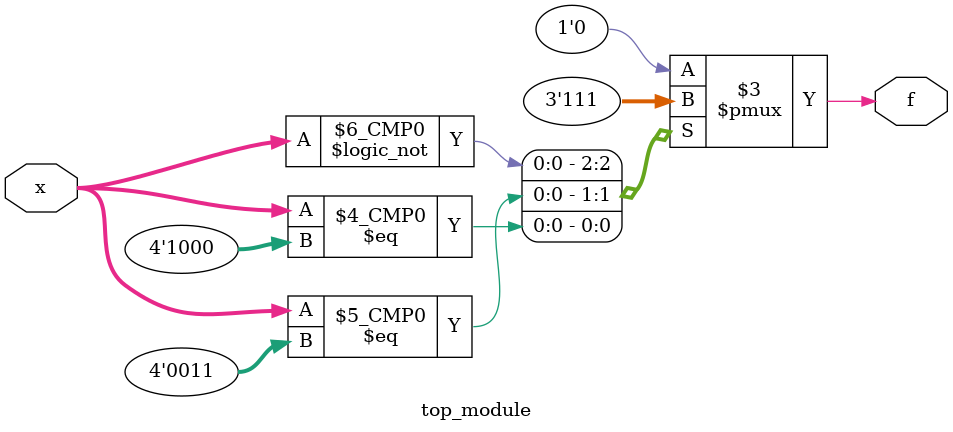
<source format=sv>
module top_module (
	input [4:1] x,
	output logic f
);

always_comb begin
    case (x)
        4'b0000: f = 1'b1;
        4'b0001: f = 1'b0;
        4'b0011: f = 1'b1;
        4'b0110: f = 1'b0;
        4'b1000: f = 1'b1;
        default: f = 1'b0;
    endcase
end

endmodule

</source>
